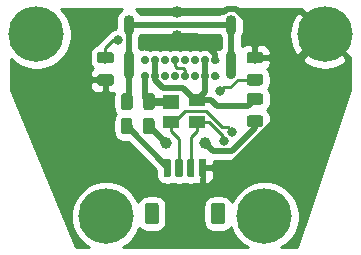
<source format=gbr>
G04 #@! TF.GenerationSoftware,KiCad,Pcbnew,(5.1.4)-1*
G04 #@! TF.CreationDate,2021-01-29T12:05:25-05:00*
G04 #@! TF.ProjectId,TKD_DBTypeC_r1,544b445f-4442-4547-9970-65435f72312e,rev?*
G04 #@! TF.SameCoordinates,Original*
G04 #@! TF.FileFunction,Copper,L1,Top*
G04 #@! TF.FilePolarity,Positive*
%FSLAX46Y46*%
G04 Gerber Fmt 4.6, Leading zero omitted, Abs format (unit mm)*
G04 Created by KiCad (PCBNEW (5.1.4)-1) date 2021-01-29 12:05:25*
%MOMM*%
%LPD*%
G04 APERTURE LIST*
%ADD10C,4.700000*%
%ADD11O,0.900000X1.700000*%
%ADD12O,0.900000X2.400000*%
%ADD13C,0.700000*%
%ADD14C,0.100000*%
%ADD15C,0.975000*%
%ADD16C,1.200000*%
%ADD17C,0.600000*%
%ADD18R,1.400000X1.000000*%
%ADD19R,1.400000X1.200000*%
%ADD20C,0.800000*%
%ADD21C,1.000000*%
%ADD22C,0.250000*%
%ADD23C,0.500000*%
%ADD24C,0.700000*%
%ADD25C,0.254000*%
G04 APERTURE END LIST*
D10*
X78200000Y-57800000D03*
X73100000Y-73200000D03*
X53800000Y-57800000D03*
X59700000Y-73200000D03*
D11*
X61645480Y-56973433D03*
X70295480Y-56973433D03*
D12*
X61645480Y-60353433D03*
X70295480Y-60353433D03*
D13*
X65545480Y-59983433D03*
X62995480Y-59983433D03*
X63845480Y-59983433D03*
X64695480Y-59983433D03*
X68945480Y-59983433D03*
X67245480Y-59983433D03*
X66395480Y-59983433D03*
X68095480Y-59983433D03*
X62995480Y-61333433D03*
X63845480Y-61333433D03*
X64695480Y-61333433D03*
X65545480Y-61333433D03*
X66395480Y-61333433D03*
X67245480Y-61333433D03*
X68095480Y-61333433D03*
X68945480Y-61333433D03*
D14*
G36*
X60125622Y-59287107D02*
G01*
X60149283Y-59290617D01*
X60172487Y-59296429D01*
X60195009Y-59304487D01*
X60216633Y-59314715D01*
X60237150Y-59327012D01*
X60256363Y-59341262D01*
X60274087Y-59357326D01*
X60290151Y-59375050D01*
X60304401Y-59394263D01*
X60316698Y-59414780D01*
X60326926Y-59436404D01*
X60334984Y-59458926D01*
X60340796Y-59482130D01*
X60344306Y-59505791D01*
X60345480Y-59529683D01*
X60345480Y-60017183D01*
X60344306Y-60041075D01*
X60340796Y-60064736D01*
X60334984Y-60087940D01*
X60326926Y-60110462D01*
X60316698Y-60132086D01*
X60304401Y-60152603D01*
X60290151Y-60171816D01*
X60274087Y-60189540D01*
X60256363Y-60205604D01*
X60237150Y-60219854D01*
X60216633Y-60232151D01*
X60195009Y-60242379D01*
X60172487Y-60250437D01*
X60149283Y-60256249D01*
X60125622Y-60259759D01*
X60101730Y-60260933D01*
X59189230Y-60260933D01*
X59165338Y-60259759D01*
X59141677Y-60256249D01*
X59118473Y-60250437D01*
X59095951Y-60242379D01*
X59074327Y-60232151D01*
X59053810Y-60219854D01*
X59034597Y-60205604D01*
X59016873Y-60189540D01*
X59000809Y-60171816D01*
X58986559Y-60152603D01*
X58974262Y-60132086D01*
X58964034Y-60110462D01*
X58955976Y-60087940D01*
X58950164Y-60064736D01*
X58946654Y-60041075D01*
X58945480Y-60017183D01*
X58945480Y-59529683D01*
X58946654Y-59505791D01*
X58950164Y-59482130D01*
X58955976Y-59458926D01*
X58964034Y-59436404D01*
X58974262Y-59414780D01*
X58986559Y-59394263D01*
X59000809Y-59375050D01*
X59016873Y-59357326D01*
X59034597Y-59341262D01*
X59053810Y-59327012D01*
X59074327Y-59314715D01*
X59095951Y-59304487D01*
X59118473Y-59296429D01*
X59141677Y-59290617D01*
X59165338Y-59287107D01*
X59189230Y-59285933D01*
X60101730Y-59285933D01*
X60125622Y-59287107D01*
X60125622Y-59287107D01*
G37*
D15*
X59645480Y-59773433D03*
D14*
G36*
X60125622Y-61162107D02*
G01*
X60149283Y-61165617D01*
X60172487Y-61171429D01*
X60195009Y-61179487D01*
X60216633Y-61189715D01*
X60237150Y-61202012D01*
X60256363Y-61216262D01*
X60274087Y-61232326D01*
X60290151Y-61250050D01*
X60304401Y-61269263D01*
X60316698Y-61289780D01*
X60326926Y-61311404D01*
X60334984Y-61333926D01*
X60340796Y-61357130D01*
X60344306Y-61380791D01*
X60345480Y-61404683D01*
X60345480Y-61892183D01*
X60344306Y-61916075D01*
X60340796Y-61939736D01*
X60334984Y-61962940D01*
X60326926Y-61985462D01*
X60316698Y-62007086D01*
X60304401Y-62027603D01*
X60290151Y-62046816D01*
X60274087Y-62064540D01*
X60256363Y-62080604D01*
X60237150Y-62094854D01*
X60216633Y-62107151D01*
X60195009Y-62117379D01*
X60172487Y-62125437D01*
X60149283Y-62131249D01*
X60125622Y-62134759D01*
X60101730Y-62135933D01*
X59189230Y-62135933D01*
X59165338Y-62134759D01*
X59141677Y-62131249D01*
X59118473Y-62125437D01*
X59095951Y-62117379D01*
X59074327Y-62107151D01*
X59053810Y-62094854D01*
X59034597Y-62080604D01*
X59016873Y-62064540D01*
X59000809Y-62046816D01*
X58986559Y-62027603D01*
X58974262Y-62007086D01*
X58964034Y-61985462D01*
X58955976Y-61962940D01*
X58950164Y-61939736D01*
X58946654Y-61916075D01*
X58945480Y-61892183D01*
X58945480Y-61404683D01*
X58946654Y-61380791D01*
X58950164Y-61357130D01*
X58955976Y-61333926D01*
X58964034Y-61311404D01*
X58974262Y-61289780D01*
X58986559Y-61269263D01*
X59000809Y-61250050D01*
X59016873Y-61232326D01*
X59034597Y-61216262D01*
X59053810Y-61202012D01*
X59074327Y-61189715D01*
X59095951Y-61179487D01*
X59118473Y-61171429D01*
X59141677Y-61165617D01*
X59165338Y-61162107D01*
X59189230Y-61160933D01*
X60101730Y-61160933D01*
X60125622Y-61162107D01*
X60125622Y-61162107D01*
G37*
D15*
X59645480Y-61648433D03*
D14*
G36*
X72775622Y-61157107D02*
G01*
X72799283Y-61160617D01*
X72822487Y-61166429D01*
X72845009Y-61174487D01*
X72866633Y-61184715D01*
X72887150Y-61197012D01*
X72906363Y-61211262D01*
X72924087Y-61227326D01*
X72940151Y-61245050D01*
X72954401Y-61264263D01*
X72966698Y-61284780D01*
X72976926Y-61306404D01*
X72984984Y-61328926D01*
X72990796Y-61352130D01*
X72994306Y-61375791D01*
X72995480Y-61399683D01*
X72995480Y-61887183D01*
X72994306Y-61911075D01*
X72990796Y-61934736D01*
X72984984Y-61957940D01*
X72976926Y-61980462D01*
X72966698Y-62002086D01*
X72954401Y-62022603D01*
X72940151Y-62041816D01*
X72924087Y-62059540D01*
X72906363Y-62075604D01*
X72887150Y-62089854D01*
X72866633Y-62102151D01*
X72845009Y-62112379D01*
X72822487Y-62120437D01*
X72799283Y-62126249D01*
X72775622Y-62129759D01*
X72751730Y-62130933D01*
X71839230Y-62130933D01*
X71815338Y-62129759D01*
X71791677Y-62126249D01*
X71768473Y-62120437D01*
X71745951Y-62112379D01*
X71724327Y-62102151D01*
X71703810Y-62089854D01*
X71684597Y-62075604D01*
X71666873Y-62059540D01*
X71650809Y-62041816D01*
X71636559Y-62022603D01*
X71624262Y-62002086D01*
X71614034Y-61980462D01*
X71605976Y-61957940D01*
X71600164Y-61934736D01*
X71596654Y-61911075D01*
X71595480Y-61887183D01*
X71595480Y-61399683D01*
X71596654Y-61375791D01*
X71600164Y-61352130D01*
X71605976Y-61328926D01*
X71614034Y-61306404D01*
X71624262Y-61284780D01*
X71636559Y-61264263D01*
X71650809Y-61245050D01*
X71666873Y-61227326D01*
X71684597Y-61211262D01*
X71703810Y-61197012D01*
X71724327Y-61184715D01*
X71745951Y-61174487D01*
X71768473Y-61166429D01*
X71791677Y-61160617D01*
X71815338Y-61157107D01*
X71839230Y-61155933D01*
X72751730Y-61155933D01*
X72775622Y-61157107D01*
X72775622Y-61157107D01*
G37*
D15*
X72295480Y-61643433D03*
D14*
G36*
X72775622Y-59282107D02*
G01*
X72799283Y-59285617D01*
X72822487Y-59291429D01*
X72845009Y-59299487D01*
X72866633Y-59309715D01*
X72887150Y-59322012D01*
X72906363Y-59336262D01*
X72924087Y-59352326D01*
X72940151Y-59370050D01*
X72954401Y-59389263D01*
X72966698Y-59409780D01*
X72976926Y-59431404D01*
X72984984Y-59453926D01*
X72990796Y-59477130D01*
X72994306Y-59500791D01*
X72995480Y-59524683D01*
X72995480Y-60012183D01*
X72994306Y-60036075D01*
X72990796Y-60059736D01*
X72984984Y-60082940D01*
X72976926Y-60105462D01*
X72966698Y-60127086D01*
X72954401Y-60147603D01*
X72940151Y-60166816D01*
X72924087Y-60184540D01*
X72906363Y-60200604D01*
X72887150Y-60214854D01*
X72866633Y-60227151D01*
X72845009Y-60237379D01*
X72822487Y-60245437D01*
X72799283Y-60251249D01*
X72775622Y-60254759D01*
X72751730Y-60255933D01*
X71839230Y-60255933D01*
X71815338Y-60254759D01*
X71791677Y-60251249D01*
X71768473Y-60245437D01*
X71745951Y-60237379D01*
X71724327Y-60227151D01*
X71703810Y-60214854D01*
X71684597Y-60200604D01*
X71666873Y-60184540D01*
X71650809Y-60166816D01*
X71636559Y-60147603D01*
X71624262Y-60127086D01*
X71614034Y-60105462D01*
X71605976Y-60082940D01*
X71600164Y-60059736D01*
X71596654Y-60036075D01*
X71595480Y-60012183D01*
X71595480Y-59524683D01*
X71596654Y-59500791D01*
X71600164Y-59477130D01*
X71605976Y-59453926D01*
X71614034Y-59431404D01*
X71624262Y-59409780D01*
X71636559Y-59389263D01*
X71650809Y-59370050D01*
X71666873Y-59352326D01*
X71684597Y-59336262D01*
X71703810Y-59322012D01*
X71724327Y-59309715D01*
X71745951Y-59299487D01*
X71768473Y-59291429D01*
X71791677Y-59285617D01*
X71815338Y-59282107D01*
X71839230Y-59280933D01*
X72751730Y-59280933D01*
X72775622Y-59282107D01*
X72775622Y-59282107D01*
G37*
D15*
X72295480Y-59768433D03*
D14*
G36*
X69549985Y-72079637D02*
G01*
X69574253Y-72083237D01*
X69598052Y-72089198D01*
X69621151Y-72097463D01*
X69643330Y-72107953D01*
X69664373Y-72120565D01*
X69684079Y-72135180D01*
X69702257Y-72151656D01*
X69718733Y-72169834D01*
X69733348Y-72189540D01*
X69745960Y-72210583D01*
X69756450Y-72232762D01*
X69764715Y-72255861D01*
X69770676Y-72279660D01*
X69774276Y-72303928D01*
X69775480Y-72328432D01*
X69775480Y-73628434D01*
X69774276Y-73652938D01*
X69770676Y-73677206D01*
X69764715Y-73701005D01*
X69756450Y-73724104D01*
X69745960Y-73746283D01*
X69733348Y-73767326D01*
X69718733Y-73787032D01*
X69702257Y-73805210D01*
X69684079Y-73821686D01*
X69664373Y-73836301D01*
X69643330Y-73848913D01*
X69621151Y-73859403D01*
X69598052Y-73867668D01*
X69574253Y-73873629D01*
X69549985Y-73877229D01*
X69525481Y-73878433D01*
X68825479Y-73878433D01*
X68800975Y-73877229D01*
X68776707Y-73873629D01*
X68752908Y-73867668D01*
X68729809Y-73859403D01*
X68707630Y-73848913D01*
X68686587Y-73836301D01*
X68666881Y-73821686D01*
X68648703Y-73805210D01*
X68632227Y-73787032D01*
X68617612Y-73767326D01*
X68605000Y-73746283D01*
X68594510Y-73724104D01*
X68586245Y-73701005D01*
X68580284Y-73677206D01*
X68576684Y-73652938D01*
X68575480Y-73628434D01*
X68575480Y-72328432D01*
X68576684Y-72303928D01*
X68580284Y-72279660D01*
X68586245Y-72255861D01*
X68594510Y-72232762D01*
X68605000Y-72210583D01*
X68617612Y-72189540D01*
X68632227Y-72169834D01*
X68648703Y-72151656D01*
X68666881Y-72135180D01*
X68686587Y-72120565D01*
X68707630Y-72107953D01*
X68729809Y-72097463D01*
X68752908Y-72089198D01*
X68776707Y-72083237D01*
X68800975Y-72079637D01*
X68825479Y-72078433D01*
X69525481Y-72078433D01*
X69549985Y-72079637D01*
X69549985Y-72079637D01*
G37*
D16*
X69175480Y-72978433D03*
D14*
G36*
X63949985Y-72079637D02*
G01*
X63974253Y-72083237D01*
X63998052Y-72089198D01*
X64021151Y-72097463D01*
X64043330Y-72107953D01*
X64064373Y-72120565D01*
X64084079Y-72135180D01*
X64102257Y-72151656D01*
X64118733Y-72169834D01*
X64133348Y-72189540D01*
X64145960Y-72210583D01*
X64156450Y-72232762D01*
X64164715Y-72255861D01*
X64170676Y-72279660D01*
X64174276Y-72303928D01*
X64175480Y-72328432D01*
X64175480Y-73628434D01*
X64174276Y-73652938D01*
X64170676Y-73677206D01*
X64164715Y-73701005D01*
X64156450Y-73724104D01*
X64145960Y-73746283D01*
X64133348Y-73767326D01*
X64118733Y-73787032D01*
X64102257Y-73805210D01*
X64084079Y-73821686D01*
X64064373Y-73836301D01*
X64043330Y-73848913D01*
X64021151Y-73859403D01*
X63998052Y-73867668D01*
X63974253Y-73873629D01*
X63949985Y-73877229D01*
X63925481Y-73878433D01*
X63225479Y-73878433D01*
X63200975Y-73877229D01*
X63176707Y-73873629D01*
X63152908Y-73867668D01*
X63129809Y-73859403D01*
X63107630Y-73848913D01*
X63086587Y-73836301D01*
X63066881Y-73821686D01*
X63048703Y-73805210D01*
X63032227Y-73787032D01*
X63017612Y-73767326D01*
X63005000Y-73746283D01*
X62994510Y-73724104D01*
X62986245Y-73701005D01*
X62980284Y-73677206D01*
X62976684Y-73652938D01*
X62975480Y-73628434D01*
X62975480Y-72328432D01*
X62976684Y-72303928D01*
X62980284Y-72279660D01*
X62986245Y-72255861D01*
X62994510Y-72232762D01*
X63005000Y-72210583D01*
X63017612Y-72189540D01*
X63032227Y-72169834D01*
X63048703Y-72151656D01*
X63066881Y-72135180D01*
X63086587Y-72120565D01*
X63107630Y-72107953D01*
X63129809Y-72097463D01*
X63152908Y-72089198D01*
X63176707Y-72083237D01*
X63200975Y-72079637D01*
X63225479Y-72078433D01*
X63925481Y-72078433D01*
X63949985Y-72079637D01*
X63949985Y-72079637D01*
G37*
D16*
X63575480Y-72978433D03*
D14*
G36*
X68040183Y-68329155D02*
G01*
X68054744Y-68331315D01*
X68069023Y-68334892D01*
X68082883Y-68339851D01*
X68096190Y-68346145D01*
X68108816Y-68353713D01*
X68120639Y-68362481D01*
X68131546Y-68372367D01*
X68141432Y-68383274D01*
X68150200Y-68395097D01*
X68157768Y-68407723D01*
X68164062Y-68421030D01*
X68169021Y-68434890D01*
X68172598Y-68449169D01*
X68174758Y-68463730D01*
X68175480Y-68478433D01*
X68175480Y-69728433D01*
X68174758Y-69743136D01*
X68172598Y-69757697D01*
X68169021Y-69771976D01*
X68164062Y-69785836D01*
X68157768Y-69799143D01*
X68150200Y-69811769D01*
X68141432Y-69823592D01*
X68131546Y-69834499D01*
X68120639Y-69844385D01*
X68108816Y-69853153D01*
X68096190Y-69860721D01*
X68082883Y-69867015D01*
X68069023Y-69871974D01*
X68054744Y-69875551D01*
X68040183Y-69877711D01*
X68025480Y-69878433D01*
X67725480Y-69878433D01*
X67710777Y-69877711D01*
X67696216Y-69875551D01*
X67681937Y-69871974D01*
X67668077Y-69867015D01*
X67654770Y-69860721D01*
X67642144Y-69853153D01*
X67630321Y-69844385D01*
X67619414Y-69834499D01*
X67609528Y-69823592D01*
X67600760Y-69811769D01*
X67593192Y-69799143D01*
X67586898Y-69785836D01*
X67581939Y-69771976D01*
X67578362Y-69757697D01*
X67576202Y-69743136D01*
X67575480Y-69728433D01*
X67575480Y-68478433D01*
X67576202Y-68463730D01*
X67578362Y-68449169D01*
X67581939Y-68434890D01*
X67586898Y-68421030D01*
X67593192Y-68407723D01*
X67600760Y-68395097D01*
X67609528Y-68383274D01*
X67619414Y-68372367D01*
X67630321Y-68362481D01*
X67642144Y-68353713D01*
X67654770Y-68346145D01*
X67668077Y-68339851D01*
X67681937Y-68334892D01*
X67696216Y-68331315D01*
X67710777Y-68329155D01*
X67725480Y-68328433D01*
X68025480Y-68328433D01*
X68040183Y-68329155D01*
X68040183Y-68329155D01*
G37*
D17*
X67875480Y-69103433D03*
D14*
G36*
X67040183Y-68329155D02*
G01*
X67054744Y-68331315D01*
X67069023Y-68334892D01*
X67082883Y-68339851D01*
X67096190Y-68346145D01*
X67108816Y-68353713D01*
X67120639Y-68362481D01*
X67131546Y-68372367D01*
X67141432Y-68383274D01*
X67150200Y-68395097D01*
X67157768Y-68407723D01*
X67164062Y-68421030D01*
X67169021Y-68434890D01*
X67172598Y-68449169D01*
X67174758Y-68463730D01*
X67175480Y-68478433D01*
X67175480Y-69728433D01*
X67174758Y-69743136D01*
X67172598Y-69757697D01*
X67169021Y-69771976D01*
X67164062Y-69785836D01*
X67157768Y-69799143D01*
X67150200Y-69811769D01*
X67141432Y-69823592D01*
X67131546Y-69834499D01*
X67120639Y-69844385D01*
X67108816Y-69853153D01*
X67096190Y-69860721D01*
X67082883Y-69867015D01*
X67069023Y-69871974D01*
X67054744Y-69875551D01*
X67040183Y-69877711D01*
X67025480Y-69878433D01*
X66725480Y-69878433D01*
X66710777Y-69877711D01*
X66696216Y-69875551D01*
X66681937Y-69871974D01*
X66668077Y-69867015D01*
X66654770Y-69860721D01*
X66642144Y-69853153D01*
X66630321Y-69844385D01*
X66619414Y-69834499D01*
X66609528Y-69823592D01*
X66600760Y-69811769D01*
X66593192Y-69799143D01*
X66586898Y-69785836D01*
X66581939Y-69771976D01*
X66578362Y-69757697D01*
X66576202Y-69743136D01*
X66575480Y-69728433D01*
X66575480Y-68478433D01*
X66576202Y-68463730D01*
X66578362Y-68449169D01*
X66581939Y-68434890D01*
X66586898Y-68421030D01*
X66593192Y-68407723D01*
X66600760Y-68395097D01*
X66609528Y-68383274D01*
X66619414Y-68372367D01*
X66630321Y-68362481D01*
X66642144Y-68353713D01*
X66654770Y-68346145D01*
X66668077Y-68339851D01*
X66681937Y-68334892D01*
X66696216Y-68331315D01*
X66710777Y-68329155D01*
X66725480Y-68328433D01*
X67025480Y-68328433D01*
X67040183Y-68329155D01*
X67040183Y-68329155D01*
G37*
D17*
X66875480Y-69103433D03*
D14*
G36*
X66040183Y-68329155D02*
G01*
X66054744Y-68331315D01*
X66069023Y-68334892D01*
X66082883Y-68339851D01*
X66096190Y-68346145D01*
X66108816Y-68353713D01*
X66120639Y-68362481D01*
X66131546Y-68372367D01*
X66141432Y-68383274D01*
X66150200Y-68395097D01*
X66157768Y-68407723D01*
X66164062Y-68421030D01*
X66169021Y-68434890D01*
X66172598Y-68449169D01*
X66174758Y-68463730D01*
X66175480Y-68478433D01*
X66175480Y-69728433D01*
X66174758Y-69743136D01*
X66172598Y-69757697D01*
X66169021Y-69771976D01*
X66164062Y-69785836D01*
X66157768Y-69799143D01*
X66150200Y-69811769D01*
X66141432Y-69823592D01*
X66131546Y-69834499D01*
X66120639Y-69844385D01*
X66108816Y-69853153D01*
X66096190Y-69860721D01*
X66082883Y-69867015D01*
X66069023Y-69871974D01*
X66054744Y-69875551D01*
X66040183Y-69877711D01*
X66025480Y-69878433D01*
X65725480Y-69878433D01*
X65710777Y-69877711D01*
X65696216Y-69875551D01*
X65681937Y-69871974D01*
X65668077Y-69867015D01*
X65654770Y-69860721D01*
X65642144Y-69853153D01*
X65630321Y-69844385D01*
X65619414Y-69834499D01*
X65609528Y-69823592D01*
X65600760Y-69811769D01*
X65593192Y-69799143D01*
X65586898Y-69785836D01*
X65581939Y-69771976D01*
X65578362Y-69757697D01*
X65576202Y-69743136D01*
X65575480Y-69728433D01*
X65575480Y-68478433D01*
X65576202Y-68463730D01*
X65578362Y-68449169D01*
X65581939Y-68434890D01*
X65586898Y-68421030D01*
X65593192Y-68407723D01*
X65600760Y-68395097D01*
X65609528Y-68383274D01*
X65619414Y-68372367D01*
X65630321Y-68362481D01*
X65642144Y-68353713D01*
X65654770Y-68346145D01*
X65668077Y-68339851D01*
X65681937Y-68334892D01*
X65696216Y-68331315D01*
X65710777Y-68329155D01*
X65725480Y-68328433D01*
X66025480Y-68328433D01*
X66040183Y-68329155D01*
X66040183Y-68329155D01*
G37*
D17*
X65875480Y-69103433D03*
D14*
G36*
X65040183Y-68329155D02*
G01*
X65054744Y-68331315D01*
X65069023Y-68334892D01*
X65082883Y-68339851D01*
X65096190Y-68346145D01*
X65108816Y-68353713D01*
X65120639Y-68362481D01*
X65131546Y-68372367D01*
X65141432Y-68383274D01*
X65150200Y-68395097D01*
X65157768Y-68407723D01*
X65164062Y-68421030D01*
X65169021Y-68434890D01*
X65172598Y-68449169D01*
X65174758Y-68463730D01*
X65175480Y-68478433D01*
X65175480Y-69728433D01*
X65174758Y-69743136D01*
X65172598Y-69757697D01*
X65169021Y-69771976D01*
X65164062Y-69785836D01*
X65157768Y-69799143D01*
X65150200Y-69811769D01*
X65141432Y-69823592D01*
X65131546Y-69834499D01*
X65120639Y-69844385D01*
X65108816Y-69853153D01*
X65096190Y-69860721D01*
X65082883Y-69867015D01*
X65069023Y-69871974D01*
X65054744Y-69875551D01*
X65040183Y-69877711D01*
X65025480Y-69878433D01*
X64725480Y-69878433D01*
X64710777Y-69877711D01*
X64696216Y-69875551D01*
X64681937Y-69871974D01*
X64668077Y-69867015D01*
X64654770Y-69860721D01*
X64642144Y-69853153D01*
X64630321Y-69844385D01*
X64619414Y-69834499D01*
X64609528Y-69823592D01*
X64600760Y-69811769D01*
X64593192Y-69799143D01*
X64586898Y-69785836D01*
X64581939Y-69771976D01*
X64578362Y-69757697D01*
X64576202Y-69743136D01*
X64575480Y-69728433D01*
X64575480Y-68478433D01*
X64576202Y-68463730D01*
X64578362Y-68449169D01*
X64581939Y-68434890D01*
X64586898Y-68421030D01*
X64593192Y-68407723D01*
X64600760Y-68395097D01*
X64609528Y-68383274D01*
X64619414Y-68372367D01*
X64630321Y-68362481D01*
X64642144Y-68353713D01*
X64654770Y-68346145D01*
X64668077Y-68339851D01*
X64681937Y-68334892D01*
X64696216Y-68331315D01*
X64710777Y-68329155D01*
X64725480Y-68328433D01*
X65025480Y-68328433D01*
X65040183Y-68329155D01*
X65040183Y-68329155D01*
G37*
D17*
X64875480Y-69103433D03*
D14*
G36*
X63583122Y-64864607D02*
G01*
X63606783Y-64868117D01*
X63629987Y-64873929D01*
X63652509Y-64881987D01*
X63674133Y-64892215D01*
X63694650Y-64904512D01*
X63713863Y-64918762D01*
X63731587Y-64934826D01*
X63747651Y-64952550D01*
X63761901Y-64971763D01*
X63774198Y-64992280D01*
X63784426Y-65013904D01*
X63792484Y-65036426D01*
X63798296Y-65059630D01*
X63801806Y-65083291D01*
X63802980Y-65107183D01*
X63802980Y-66019683D01*
X63801806Y-66043575D01*
X63798296Y-66067236D01*
X63792484Y-66090440D01*
X63784426Y-66112962D01*
X63774198Y-66134586D01*
X63761901Y-66155103D01*
X63747651Y-66174316D01*
X63731587Y-66192040D01*
X63713863Y-66208104D01*
X63694650Y-66222354D01*
X63674133Y-66234651D01*
X63652509Y-66244879D01*
X63629987Y-66252937D01*
X63606783Y-66258749D01*
X63583122Y-66262259D01*
X63559230Y-66263433D01*
X63071730Y-66263433D01*
X63047838Y-66262259D01*
X63024177Y-66258749D01*
X63000973Y-66252937D01*
X62978451Y-66244879D01*
X62956827Y-66234651D01*
X62936310Y-66222354D01*
X62917097Y-66208104D01*
X62899373Y-66192040D01*
X62883309Y-66174316D01*
X62869059Y-66155103D01*
X62856762Y-66134586D01*
X62846534Y-66112962D01*
X62838476Y-66090440D01*
X62832664Y-66067236D01*
X62829154Y-66043575D01*
X62827980Y-66019683D01*
X62827980Y-65107183D01*
X62829154Y-65083291D01*
X62832664Y-65059630D01*
X62838476Y-65036426D01*
X62846534Y-65013904D01*
X62856762Y-64992280D01*
X62869059Y-64971763D01*
X62883309Y-64952550D01*
X62899373Y-64934826D01*
X62917097Y-64918762D01*
X62936310Y-64904512D01*
X62956827Y-64892215D01*
X62978451Y-64881987D01*
X63000973Y-64873929D01*
X63024177Y-64868117D01*
X63047838Y-64864607D01*
X63071730Y-64863433D01*
X63559230Y-64863433D01*
X63583122Y-64864607D01*
X63583122Y-64864607D01*
G37*
D15*
X63315480Y-65563433D03*
D14*
G36*
X61708122Y-64864607D02*
G01*
X61731783Y-64868117D01*
X61754987Y-64873929D01*
X61777509Y-64881987D01*
X61799133Y-64892215D01*
X61819650Y-64904512D01*
X61838863Y-64918762D01*
X61856587Y-64934826D01*
X61872651Y-64952550D01*
X61886901Y-64971763D01*
X61899198Y-64992280D01*
X61909426Y-65013904D01*
X61917484Y-65036426D01*
X61923296Y-65059630D01*
X61926806Y-65083291D01*
X61927980Y-65107183D01*
X61927980Y-66019683D01*
X61926806Y-66043575D01*
X61923296Y-66067236D01*
X61917484Y-66090440D01*
X61909426Y-66112962D01*
X61899198Y-66134586D01*
X61886901Y-66155103D01*
X61872651Y-66174316D01*
X61856587Y-66192040D01*
X61838863Y-66208104D01*
X61819650Y-66222354D01*
X61799133Y-66234651D01*
X61777509Y-66244879D01*
X61754987Y-66252937D01*
X61731783Y-66258749D01*
X61708122Y-66262259D01*
X61684230Y-66263433D01*
X61196730Y-66263433D01*
X61172838Y-66262259D01*
X61149177Y-66258749D01*
X61125973Y-66252937D01*
X61103451Y-66244879D01*
X61081827Y-66234651D01*
X61061310Y-66222354D01*
X61042097Y-66208104D01*
X61024373Y-66192040D01*
X61008309Y-66174316D01*
X60994059Y-66155103D01*
X60981762Y-66134586D01*
X60971534Y-66112962D01*
X60963476Y-66090440D01*
X60957664Y-66067236D01*
X60954154Y-66043575D01*
X60952980Y-66019683D01*
X60952980Y-65107183D01*
X60954154Y-65083291D01*
X60957664Y-65059630D01*
X60963476Y-65036426D01*
X60971534Y-65013904D01*
X60981762Y-64992280D01*
X60994059Y-64971763D01*
X61008309Y-64952550D01*
X61024373Y-64934826D01*
X61042097Y-64918762D01*
X61061310Y-64904512D01*
X61081827Y-64892215D01*
X61103451Y-64881987D01*
X61125973Y-64873929D01*
X61149177Y-64868117D01*
X61172838Y-64864607D01*
X61196730Y-64863433D01*
X61684230Y-64863433D01*
X61708122Y-64864607D01*
X61708122Y-64864607D01*
G37*
D15*
X61440480Y-65563433D03*
D14*
G36*
X61723122Y-62794607D02*
G01*
X61746783Y-62798117D01*
X61769987Y-62803929D01*
X61792509Y-62811987D01*
X61814133Y-62822215D01*
X61834650Y-62834512D01*
X61853863Y-62848762D01*
X61871587Y-62864826D01*
X61887651Y-62882550D01*
X61901901Y-62901763D01*
X61914198Y-62922280D01*
X61924426Y-62943904D01*
X61932484Y-62966426D01*
X61938296Y-62989630D01*
X61941806Y-63013291D01*
X61942980Y-63037183D01*
X61942980Y-63949683D01*
X61941806Y-63973575D01*
X61938296Y-63997236D01*
X61932484Y-64020440D01*
X61924426Y-64042962D01*
X61914198Y-64064586D01*
X61901901Y-64085103D01*
X61887651Y-64104316D01*
X61871587Y-64122040D01*
X61853863Y-64138104D01*
X61834650Y-64152354D01*
X61814133Y-64164651D01*
X61792509Y-64174879D01*
X61769987Y-64182937D01*
X61746783Y-64188749D01*
X61723122Y-64192259D01*
X61699230Y-64193433D01*
X61211730Y-64193433D01*
X61187838Y-64192259D01*
X61164177Y-64188749D01*
X61140973Y-64182937D01*
X61118451Y-64174879D01*
X61096827Y-64164651D01*
X61076310Y-64152354D01*
X61057097Y-64138104D01*
X61039373Y-64122040D01*
X61023309Y-64104316D01*
X61009059Y-64085103D01*
X60996762Y-64064586D01*
X60986534Y-64042962D01*
X60978476Y-64020440D01*
X60972664Y-63997236D01*
X60969154Y-63973575D01*
X60967980Y-63949683D01*
X60967980Y-63037183D01*
X60969154Y-63013291D01*
X60972664Y-62989630D01*
X60978476Y-62966426D01*
X60986534Y-62943904D01*
X60996762Y-62922280D01*
X61009059Y-62901763D01*
X61023309Y-62882550D01*
X61039373Y-62864826D01*
X61057097Y-62848762D01*
X61076310Y-62834512D01*
X61096827Y-62822215D01*
X61118451Y-62811987D01*
X61140973Y-62803929D01*
X61164177Y-62798117D01*
X61187838Y-62794607D01*
X61211730Y-62793433D01*
X61699230Y-62793433D01*
X61723122Y-62794607D01*
X61723122Y-62794607D01*
G37*
D15*
X61455480Y-63493433D03*
D14*
G36*
X63598122Y-62794607D02*
G01*
X63621783Y-62798117D01*
X63644987Y-62803929D01*
X63667509Y-62811987D01*
X63689133Y-62822215D01*
X63709650Y-62834512D01*
X63728863Y-62848762D01*
X63746587Y-62864826D01*
X63762651Y-62882550D01*
X63776901Y-62901763D01*
X63789198Y-62922280D01*
X63799426Y-62943904D01*
X63807484Y-62966426D01*
X63813296Y-62989630D01*
X63816806Y-63013291D01*
X63817980Y-63037183D01*
X63817980Y-63949683D01*
X63816806Y-63973575D01*
X63813296Y-63997236D01*
X63807484Y-64020440D01*
X63799426Y-64042962D01*
X63789198Y-64064586D01*
X63776901Y-64085103D01*
X63762651Y-64104316D01*
X63746587Y-64122040D01*
X63728863Y-64138104D01*
X63709650Y-64152354D01*
X63689133Y-64164651D01*
X63667509Y-64174879D01*
X63644987Y-64182937D01*
X63621783Y-64188749D01*
X63598122Y-64192259D01*
X63574230Y-64193433D01*
X63086730Y-64193433D01*
X63062838Y-64192259D01*
X63039177Y-64188749D01*
X63015973Y-64182937D01*
X62993451Y-64174879D01*
X62971827Y-64164651D01*
X62951310Y-64152354D01*
X62932097Y-64138104D01*
X62914373Y-64122040D01*
X62898309Y-64104316D01*
X62884059Y-64085103D01*
X62871762Y-64064586D01*
X62861534Y-64042962D01*
X62853476Y-64020440D01*
X62847664Y-63997236D01*
X62844154Y-63973575D01*
X62842980Y-63949683D01*
X62842980Y-63037183D01*
X62844154Y-63013291D01*
X62847664Y-62989630D01*
X62853476Y-62966426D01*
X62861534Y-62943904D01*
X62871762Y-62922280D01*
X62884059Y-62901763D01*
X62898309Y-62882550D01*
X62914373Y-62864826D01*
X62932097Y-62848762D01*
X62951310Y-62834512D01*
X62971827Y-62822215D01*
X62993451Y-62811987D01*
X63015973Y-62803929D01*
X63039177Y-62798117D01*
X63062838Y-62794607D01*
X63086730Y-62793433D01*
X63574230Y-62793433D01*
X63598122Y-62794607D01*
X63598122Y-62794607D01*
G37*
D15*
X63330480Y-63493433D03*
D14*
G36*
X72785622Y-62782107D02*
G01*
X72809283Y-62785617D01*
X72832487Y-62791429D01*
X72855009Y-62799487D01*
X72876633Y-62809715D01*
X72897150Y-62822012D01*
X72916363Y-62836262D01*
X72934087Y-62852326D01*
X72950151Y-62870050D01*
X72964401Y-62889263D01*
X72976698Y-62909780D01*
X72986926Y-62931404D01*
X72994984Y-62953926D01*
X73000796Y-62977130D01*
X73004306Y-63000791D01*
X73005480Y-63024683D01*
X73005480Y-63512183D01*
X73004306Y-63536075D01*
X73000796Y-63559736D01*
X72994984Y-63582940D01*
X72986926Y-63605462D01*
X72976698Y-63627086D01*
X72964401Y-63647603D01*
X72950151Y-63666816D01*
X72934087Y-63684540D01*
X72916363Y-63700604D01*
X72897150Y-63714854D01*
X72876633Y-63727151D01*
X72855009Y-63737379D01*
X72832487Y-63745437D01*
X72809283Y-63751249D01*
X72785622Y-63754759D01*
X72761730Y-63755933D01*
X71849230Y-63755933D01*
X71825338Y-63754759D01*
X71801677Y-63751249D01*
X71778473Y-63745437D01*
X71755951Y-63737379D01*
X71734327Y-63727151D01*
X71713810Y-63714854D01*
X71694597Y-63700604D01*
X71676873Y-63684540D01*
X71660809Y-63666816D01*
X71646559Y-63647603D01*
X71634262Y-63627086D01*
X71624034Y-63605462D01*
X71615976Y-63582940D01*
X71610164Y-63559736D01*
X71606654Y-63536075D01*
X71605480Y-63512183D01*
X71605480Y-63024683D01*
X71606654Y-63000791D01*
X71610164Y-62977130D01*
X71615976Y-62953926D01*
X71624034Y-62931404D01*
X71634262Y-62909780D01*
X71646559Y-62889263D01*
X71660809Y-62870050D01*
X71676873Y-62852326D01*
X71694597Y-62836262D01*
X71713810Y-62822012D01*
X71734327Y-62809715D01*
X71755951Y-62799487D01*
X71778473Y-62791429D01*
X71801677Y-62785617D01*
X71825338Y-62782107D01*
X71849230Y-62780933D01*
X72761730Y-62780933D01*
X72785622Y-62782107D01*
X72785622Y-62782107D01*
G37*
D15*
X72305480Y-63268433D03*
D14*
G36*
X72785622Y-64657107D02*
G01*
X72809283Y-64660617D01*
X72832487Y-64666429D01*
X72855009Y-64674487D01*
X72876633Y-64684715D01*
X72897150Y-64697012D01*
X72916363Y-64711262D01*
X72934087Y-64727326D01*
X72950151Y-64745050D01*
X72964401Y-64764263D01*
X72976698Y-64784780D01*
X72986926Y-64806404D01*
X72994984Y-64828926D01*
X73000796Y-64852130D01*
X73004306Y-64875791D01*
X73005480Y-64899683D01*
X73005480Y-65387183D01*
X73004306Y-65411075D01*
X73000796Y-65434736D01*
X72994984Y-65457940D01*
X72986926Y-65480462D01*
X72976698Y-65502086D01*
X72964401Y-65522603D01*
X72950151Y-65541816D01*
X72934087Y-65559540D01*
X72916363Y-65575604D01*
X72897150Y-65589854D01*
X72876633Y-65602151D01*
X72855009Y-65612379D01*
X72832487Y-65620437D01*
X72809283Y-65626249D01*
X72785622Y-65629759D01*
X72761730Y-65630933D01*
X71849230Y-65630933D01*
X71825338Y-65629759D01*
X71801677Y-65626249D01*
X71778473Y-65620437D01*
X71755951Y-65612379D01*
X71734327Y-65602151D01*
X71713810Y-65589854D01*
X71694597Y-65575604D01*
X71676873Y-65559540D01*
X71660809Y-65541816D01*
X71646559Y-65522603D01*
X71634262Y-65502086D01*
X71624034Y-65480462D01*
X71615976Y-65457940D01*
X71610164Y-65434736D01*
X71606654Y-65411075D01*
X71605480Y-65387183D01*
X71605480Y-64899683D01*
X71606654Y-64875791D01*
X71610164Y-64852130D01*
X71615976Y-64828926D01*
X71624034Y-64806404D01*
X71634262Y-64784780D01*
X71646559Y-64764263D01*
X71660809Y-64745050D01*
X71676873Y-64727326D01*
X71694597Y-64711262D01*
X71713810Y-64697012D01*
X71734327Y-64684715D01*
X71755951Y-64674487D01*
X71778473Y-64666429D01*
X71801677Y-64660617D01*
X71825338Y-64657107D01*
X71849230Y-64655933D01*
X72761730Y-64655933D01*
X72785622Y-64657107D01*
X72785622Y-64657107D01*
G37*
D15*
X72305480Y-65143433D03*
D18*
X67425480Y-63323433D03*
X67425480Y-65223433D03*
X65225480Y-65223433D03*
D19*
X65225480Y-63503433D03*
D20*
X69654248Y-66814665D03*
X70396712Y-66072201D03*
D21*
X65700000Y-57923433D03*
X65700000Y-55900000D03*
X68090000Y-67000000D03*
X64760000Y-67000000D03*
D20*
X69375480Y-62598433D03*
X60725480Y-58313433D03*
D22*
X72250480Y-63323433D02*
X72305480Y-63268433D01*
X67823433Y-63323433D02*
X67425480Y-63323433D01*
X63845480Y-61333433D02*
X63845480Y-61482435D01*
D23*
X63845480Y-59983433D02*
X63845480Y-61333433D01*
X68095480Y-59983433D02*
X68095480Y-61333433D01*
X67225480Y-63323433D02*
X67425480Y-63323433D01*
X66225480Y-62323433D02*
X67225480Y-63323433D01*
X64501478Y-62323433D02*
X66225480Y-62323433D01*
X63845480Y-61667435D02*
X64501478Y-62323433D01*
X63845480Y-61333433D02*
X63845480Y-61667435D01*
X68095480Y-62653433D02*
X67425480Y-63323433D01*
X68095480Y-61333433D02*
X68095480Y-62653433D01*
X71749243Y-63824670D02*
X72305480Y-63268433D01*
X69126717Y-63824670D02*
X71749243Y-63824670D01*
X68625480Y-63323433D02*
X69126717Y-63824670D01*
X67425480Y-63323433D02*
X68625480Y-63323433D01*
D22*
X66875480Y-68228433D02*
X66875480Y-69103433D01*
X66875480Y-66523433D02*
X66875480Y-68228433D01*
X67425480Y-65973433D02*
X66875480Y-66523433D01*
X67425480Y-65223433D02*
X67425480Y-65973433D01*
X69600000Y-66760417D02*
X69654248Y-66814665D01*
X69600000Y-66400000D02*
X69600000Y-66760417D01*
X67425480Y-65223433D02*
X68423433Y-65223433D01*
X68423433Y-65223433D02*
X69600000Y-66400000D01*
X65875480Y-68228433D02*
X65875480Y-69103433D01*
X65875480Y-66623433D02*
X65875480Y-68228433D01*
X65225480Y-65973433D02*
X65875480Y-66623433D01*
X65225480Y-65223433D02*
X65225480Y-65973433D01*
X65545480Y-60478407D02*
X65545480Y-59983433D01*
X65725507Y-60658434D02*
X65545480Y-60478407D01*
X66215455Y-60658434D02*
X65725507Y-60658434D01*
X66395480Y-60838459D02*
X66215455Y-60658434D01*
X66395480Y-61333433D02*
X66395480Y-60838459D01*
X65425480Y-65223433D02*
X65225480Y-65223433D01*
X66348913Y-64300000D02*
X65425480Y-65223433D01*
X68163590Y-64300000D02*
X66348913Y-64300000D01*
X69535792Y-65672202D02*
X68163590Y-64300000D01*
X69996713Y-65672202D02*
X69535792Y-65672202D01*
X70396712Y-66072201D02*
X69996713Y-65672202D01*
D24*
X65215480Y-63493433D02*
X65225480Y-63503433D01*
X63330480Y-63493433D02*
X65215480Y-63493433D01*
D23*
X62995480Y-63158433D02*
X63330480Y-63493433D01*
X62995480Y-61333433D02*
X62995480Y-63158433D01*
X78200000Y-57800000D02*
X78000000Y-57800000D01*
X78000000Y-57800000D02*
X76000000Y-59800000D01*
X75968433Y-59768433D02*
X72295480Y-59768433D01*
X76000000Y-59800000D02*
X75968433Y-59768433D01*
X67380454Y-57923433D02*
X65700000Y-57923433D01*
X68945480Y-59983433D02*
X68945480Y-59488459D01*
X68945480Y-59488459D02*
X67380454Y-57923433D01*
X72295480Y-59180933D02*
X72295480Y-59768433D01*
X72295480Y-57300627D02*
X72295480Y-59180933D01*
X70668276Y-55673423D02*
X72295480Y-57300627D01*
X69922684Y-55673423D02*
X70668276Y-55673423D01*
X69696107Y-55900000D02*
X69922684Y-55673423D01*
X65700000Y-55900000D02*
X69696107Y-55900000D01*
X75850001Y-60149999D02*
X78200000Y-57800000D01*
X75850001Y-63280038D02*
X75850001Y-60149999D01*
X70026606Y-69103433D02*
X75850001Y-63280038D01*
X67875480Y-69103433D02*
X70026606Y-69103433D01*
X68754666Y-67664666D02*
X68090000Y-67000000D01*
X70371747Y-67664666D02*
X68754666Y-67664666D01*
X72305480Y-65143433D02*
X72305480Y-65730933D01*
X72305480Y-65730933D02*
X70371747Y-67664666D01*
X64752047Y-67000000D02*
X63315480Y-65563433D01*
X64760000Y-67000000D02*
X64752047Y-67000000D01*
X70295480Y-60353433D02*
X70295480Y-56973433D01*
X61645480Y-56973433D02*
X70295480Y-56973433D01*
X61645480Y-56973433D02*
X61645480Y-60353433D01*
X61645480Y-63303433D02*
X61455480Y-63493433D01*
X61645480Y-60353433D02*
X61645480Y-63303433D01*
D24*
X61440480Y-65563433D02*
X61440480Y-65668433D01*
D23*
X64875480Y-68998433D02*
X61440480Y-65563433D01*
X64875480Y-69103433D02*
X64875480Y-68998433D01*
D22*
X69710480Y-62263433D02*
X69375480Y-62598433D01*
X70231509Y-62263433D02*
X69710480Y-62263433D01*
X72295480Y-61643433D02*
X70851509Y-61643433D01*
X70851509Y-61643433D02*
X70231509Y-62263433D01*
X59645480Y-59773433D02*
X59645480Y-58993433D01*
X59645480Y-58993433D02*
X60325480Y-58313433D01*
X60325480Y-58313433D02*
X60725480Y-58313433D01*
D25*
G36*
X61039771Y-55666924D02*
G01*
X60874559Y-55802511D01*
X60738972Y-55967723D01*
X60638222Y-56156213D01*
X60576180Y-56360736D01*
X60560480Y-56520139D01*
X60560480Y-57290977D01*
X60423582Y-57318207D01*
X60235224Y-57396228D01*
X60065706Y-57509496D01*
X59921543Y-57653659D01*
X59907066Y-57675326D01*
X59901204Y-57678459D01*
X59785479Y-57773432D01*
X59761681Y-57802431D01*
X59134478Y-58429634D01*
X59105480Y-58453432D01*
X59081682Y-58482430D01*
X59081681Y-58482431D01*
X59010506Y-58569157D01*
X58948192Y-58685737D01*
X58851771Y-58714986D01*
X58699316Y-58796475D01*
X58565688Y-58906141D01*
X58456022Y-59039769D01*
X58374533Y-59192224D01*
X58324352Y-59357648D01*
X58307408Y-59529683D01*
X58307408Y-60017183D01*
X58324352Y-60189218D01*
X58374533Y-60354642D01*
X58456022Y-60507097D01*
X58565688Y-60640725D01*
X58572044Y-60645941D01*
X58494295Y-60709748D01*
X58414943Y-60806439D01*
X58355978Y-60916753D01*
X58319668Y-61036451D01*
X58307408Y-61160933D01*
X58310480Y-61362683D01*
X58469230Y-61521433D01*
X59518480Y-61521433D01*
X59518480Y-61501433D01*
X59772480Y-61501433D01*
X59772480Y-61521433D01*
X59792480Y-61521433D01*
X59792480Y-61775433D01*
X59772480Y-61775433D01*
X59772480Y-62612183D01*
X59931230Y-62770933D01*
X60345480Y-62774005D01*
X60375394Y-62771059D01*
X60346852Y-62865148D01*
X60329908Y-63037183D01*
X60329908Y-63949683D01*
X60346852Y-64121718D01*
X60397033Y-64287142D01*
X60478522Y-64439597D01*
X60543928Y-64519294D01*
X60463522Y-64617269D01*
X60382033Y-64769724D01*
X60331852Y-64935148D01*
X60314908Y-65107183D01*
X60314908Y-66019683D01*
X60331852Y-66191718D01*
X60382033Y-66357142D01*
X60463522Y-66509597D01*
X60573188Y-66643225D01*
X60706816Y-66752891D01*
X60859271Y-66834380D01*
X61024695Y-66884561D01*
X61196730Y-66901505D01*
X61526974Y-66901505D01*
X63937408Y-69311940D01*
X63937408Y-69728433D01*
X63952551Y-69882178D01*
X63997396Y-70030015D01*
X64070222Y-70166262D01*
X64168229Y-70285684D01*
X64287651Y-70383691D01*
X64423898Y-70456517D01*
X64571735Y-70501362D01*
X64725480Y-70516505D01*
X65025480Y-70516505D01*
X65179225Y-70501362D01*
X65327062Y-70456517D01*
X65375480Y-70430637D01*
X65423898Y-70456517D01*
X65571735Y-70501362D01*
X65725480Y-70516505D01*
X66025480Y-70516505D01*
X66179225Y-70501362D01*
X66327062Y-70456517D01*
X66375480Y-70430637D01*
X66423898Y-70456517D01*
X66571735Y-70501362D01*
X66725480Y-70516505D01*
X67025480Y-70516505D01*
X67179225Y-70501362D01*
X67316138Y-70459831D01*
X67331300Y-70467935D01*
X67450998Y-70504245D01*
X67575480Y-70516505D01*
X67589730Y-70513433D01*
X67748480Y-70354683D01*
X67748480Y-70039526D01*
X67753564Y-70030015D01*
X67798409Y-69882178D01*
X67813552Y-69728433D01*
X67813552Y-69230433D01*
X68002480Y-69230433D01*
X68002480Y-70354683D01*
X68161230Y-70513433D01*
X68175480Y-70516505D01*
X68299962Y-70504245D01*
X68419660Y-70467935D01*
X68529974Y-70408970D01*
X68626665Y-70329618D01*
X68706017Y-70232927D01*
X68764982Y-70122613D01*
X68801292Y-70002915D01*
X68813552Y-69878433D01*
X68810480Y-69389183D01*
X68651730Y-69230433D01*
X68002480Y-69230433D01*
X67813552Y-69230433D01*
X67813552Y-68956433D01*
X68002480Y-68956433D01*
X68002480Y-68976433D01*
X68651730Y-68976433D01*
X68810480Y-68817683D01*
X68812163Y-68549666D01*
X70328278Y-68549666D01*
X70371747Y-68553947D01*
X70415216Y-68549666D01*
X70415224Y-68549666D01*
X70545237Y-68536861D01*
X70712060Y-68486255D01*
X70865806Y-68404077D01*
X71000564Y-68293483D01*
X71028281Y-68259710D01*
X72900529Y-66387463D01*
X72934297Y-66359750D01*
X72972718Y-66312935D01*
X73044890Y-66224993D01*
X73046925Y-66221186D01*
X73049127Y-66217066D01*
X73099189Y-66201880D01*
X73251644Y-66120391D01*
X73385272Y-66010725D01*
X73494938Y-65877097D01*
X73576427Y-65724642D01*
X73626608Y-65559218D01*
X73643552Y-65387183D01*
X73643552Y-64899683D01*
X73626608Y-64727648D01*
X73576427Y-64562224D01*
X73494938Y-64409769D01*
X73385272Y-64276141D01*
X73299724Y-64205933D01*
X73385272Y-64135725D01*
X73494938Y-64002097D01*
X73576427Y-63849642D01*
X73626608Y-63684218D01*
X73643552Y-63512183D01*
X73643552Y-63024683D01*
X73626608Y-62852648D01*
X73576427Y-62687224D01*
X73494938Y-62534769D01*
X73425239Y-62449841D01*
X73484938Y-62377097D01*
X73566427Y-62224642D01*
X73616608Y-62059218D01*
X73633552Y-61887183D01*
X73633552Y-61399683D01*
X73616608Y-61227648D01*
X73566427Y-61062224D01*
X73484938Y-60909769D01*
X73375272Y-60776141D01*
X73368916Y-60770925D01*
X73446665Y-60707118D01*
X73526017Y-60610427D01*
X73584982Y-60500113D01*
X73621292Y-60380415D01*
X73633552Y-60255933D01*
X73630480Y-60054183D01*
X73472765Y-59896468D01*
X76283137Y-59896468D01*
X76541298Y-60299073D01*
X77060715Y-60574651D01*
X77623913Y-60743601D01*
X78209250Y-60799430D01*
X78794233Y-60739992D01*
X79356379Y-60567571D01*
X79858702Y-60299073D01*
X80116863Y-59896468D01*
X78200000Y-57979605D01*
X76283137Y-59896468D01*
X73472765Y-59896468D01*
X73471730Y-59895433D01*
X72422480Y-59895433D01*
X72422480Y-59915433D01*
X72168480Y-59915433D01*
X72168480Y-59895433D01*
X72148480Y-59895433D01*
X72148480Y-59641433D01*
X72168480Y-59641433D01*
X72168480Y-58804683D01*
X72422480Y-58804683D01*
X72422480Y-59641433D01*
X73471730Y-59641433D01*
X73630480Y-59482683D01*
X73633552Y-59280933D01*
X73621292Y-59156451D01*
X73584982Y-59036753D01*
X73526017Y-58926439D01*
X73446665Y-58829748D01*
X73349974Y-58750396D01*
X73239660Y-58691431D01*
X73119962Y-58655121D01*
X72995480Y-58642861D01*
X72581230Y-58645933D01*
X72422480Y-58804683D01*
X72168480Y-58804683D01*
X72009730Y-58645933D01*
X71595480Y-58642861D01*
X71470998Y-58655121D01*
X71351300Y-58691431D01*
X71240986Y-58750396D01*
X71180480Y-58800052D01*
X71180480Y-58005352D01*
X71201989Y-57979143D01*
X71292798Y-57809250D01*
X75200570Y-57809250D01*
X75260008Y-58394233D01*
X75432429Y-58956379D01*
X75700927Y-59458702D01*
X76103532Y-59716863D01*
X78020395Y-57800000D01*
X76103532Y-55883137D01*
X75700927Y-56141298D01*
X75425349Y-56660715D01*
X75256399Y-57223913D01*
X75200570Y-57809250D01*
X71292798Y-57809250D01*
X71302739Y-57790653D01*
X71364780Y-57586130D01*
X71380480Y-57426727D01*
X71380480Y-56520140D01*
X71364780Y-56360737D01*
X71302739Y-56156213D01*
X71201989Y-55967723D01*
X71066402Y-55802511D01*
X70901190Y-55666924D01*
X70888236Y-55660000D01*
X76311051Y-55660000D01*
X76283137Y-55703532D01*
X78200000Y-57620395D01*
X78214143Y-57606253D01*
X78393748Y-57785858D01*
X78379605Y-57800000D01*
X80296468Y-59716863D01*
X80340001Y-59688949D01*
X80340001Y-62492731D01*
X75883842Y-75840000D01*
X74521820Y-75840000D01*
X75002826Y-75518601D01*
X75418601Y-75102826D01*
X75745273Y-74613928D01*
X75970288Y-74070692D01*
X76085000Y-73493997D01*
X76085000Y-72906003D01*
X75970288Y-72329308D01*
X75745273Y-71786072D01*
X75418601Y-71297174D01*
X75002826Y-70881399D01*
X74513928Y-70554727D01*
X73970692Y-70329712D01*
X73393997Y-70215000D01*
X72806003Y-70215000D01*
X72229308Y-70329712D01*
X71686072Y-70554727D01*
X71197174Y-70881399D01*
X70781399Y-71297174D01*
X70454727Y-71786072D01*
X70356475Y-72023273D01*
X70345952Y-71988582D01*
X70263885Y-71835046D01*
X70153442Y-71700471D01*
X70018867Y-71590028D01*
X69865331Y-71507961D01*
X69698735Y-71457425D01*
X69525481Y-71440361D01*
X68825479Y-71440361D01*
X68652225Y-71457425D01*
X68485629Y-71507961D01*
X68332093Y-71590028D01*
X68197518Y-71700471D01*
X68087075Y-71835046D01*
X68005008Y-71988582D01*
X67954472Y-72155178D01*
X67937408Y-72328432D01*
X67937408Y-73628434D01*
X67954472Y-73801688D01*
X68005008Y-73968284D01*
X68087075Y-74121820D01*
X68197518Y-74256395D01*
X68332093Y-74366838D01*
X68485629Y-74448905D01*
X68652225Y-74499441D01*
X68825479Y-74516505D01*
X69525481Y-74516505D01*
X69698735Y-74499441D01*
X69865331Y-74448905D01*
X70018867Y-74366838D01*
X70153442Y-74256395D01*
X70255249Y-74132343D01*
X70454727Y-74613928D01*
X70781399Y-75102826D01*
X71197174Y-75518601D01*
X71678180Y-75840000D01*
X61121820Y-75840000D01*
X61602826Y-75518601D01*
X62018601Y-75102826D01*
X62345273Y-74613928D01*
X62528302Y-74172055D01*
X62597518Y-74256395D01*
X62732093Y-74366838D01*
X62885629Y-74448905D01*
X63052225Y-74499441D01*
X63225479Y-74516505D01*
X63925481Y-74516505D01*
X64098735Y-74499441D01*
X64265331Y-74448905D01*
X64418867Y-74366838D01*
X64553442Y-74256395D01*
X64663885Y-74121820D01*
X64745952Y-73968284D01*
X64796488Y-73801688D01*
X64813552Y-73628434D01*
X64813552Y-72328432D01*
X64796488Y-72155178D01*
X64745952Y-71988582D01*
X64663885Y-71835046D01*
X64553442Y-71700471D01*
X64418867Y-71590028D01*
X64265331Y-71507961D01*
X64098735Y-71457425D01*
X63925481Y-71440361D01*
X63225479Y-71440361D01*
X63052225Y-71457425D01*
X62885629Y-71507961D01*
X62732093Y-71590028D01*
X62597518Y-71700471D01*
X62487075Y-71835046D01*
X62418613Y-71963130D01*
X62345273Y-71786072D01*
X62018601Y-71297174D01*
X61602826Y-70881399D01*
X61113928Y-70554727D01*
X60570692Y-70329712D01*
X59993997Y-70215000D01*
X59406003Y-70215000D01*
X58829308Y-70329712D01*
X58286072Y-70554727D01*
X57797174Y-70881399D01*
X57381399Y-71297174D01*
X57054727Y-71786072D01*
X56829712Y-72329308D01*
X56715000Y-72906003D01*
X56715000Y-73493997D01*
X56829712Y-74070692D01*
X57054727Y-74613928D01*
X57381399Y-75102826D01*
X57797174Y-75518601D01*
X58278180Y-75840000D01*
X57124980Y-75840000D01*
X51660000Y-62470320D01*
X51660000Y-62135933D01*
X58307408Y-62135933D01*
X58319668Y-62260415D01*
X58355978Y-62380113D01*
X58414943Y-62490427D01*
X58494295Y-62587118D01*
X58590986Y-62666470D01*
X58701300Y-62725435D01*
X58820998Y-62761745D01*
X58945480Y-62774005D01*
X59359730Y-62770933D01*
X59518480Y-62612183D01*
X59518480Y-61775433D01*
X58469230Y-61775433D01*
X58310480Y-61934183D01*
X58307408Y-62135933D01*
X51660000Y-62135933D01*
X51660000Y-59881427D01*
X51897174Y-60118601D01*
X52386072Y-60445273D01*
X52929308Y-60670288D01*
X53506003Y-60785000D01*
X54093997Y-60785000D01*
X54670692Y-60670288D01*
X55213928Y-60445273D01*
X55702826Y-60118601D01*
X56118601Y-59702826D01*
X56445273Y-59213928D01*
X56670288Y-58670692D01*
X56785000Y-58093997D01*
X56785000Y-57506003D01*
X56670288Y-56929308D01*
X56445273Y-56386072D01*
X56118601Y-55897174D01*
X55881427Y-55660000D01*
X61052725Y-55660000D01*
X61039771Y-55666924D01*
X61039771Y-55666924D01*
G37*
X61039771Y-55666924D02*
X60874559Y-55802511D01*
X60738972Y-55967723D01*
X60638222Y-56156213D01*
X60576180Y-56360736D01*
X60560480Y-56520139D01*
X60560480Y-57290977D01*
X60423582Y-57318207D01*
X60235224Y-57396228D01*
X60065706Y-57509496D01*
X59921543Y-57653659D01*
X59907066Y-57675326D01*
X59901204Y-57678459D01*
X59785479Y-57773432D01*
X59761681Y-57802431D01*
X59134478Y-58429634D01*
X59105480Y-58453432D01*
X59081682Y-58482430D01*
X59081681Y-58482431D01*
X59010506Y-58569157D01*
X58948192Y-58685737D01*
X58851771Y-58714986D01*
X58699316Y-58796475D01*
X58565688Y-58906141D01*
X58456022Y-59039769D01*
X58374533Y-59192224D01*
X58324352Y-59357648D01*
X58307408Y-59529683D01*
X58307408Y-60017183D01*
X58324352Y-60189218D01*
X58374533Y-60354642D01*
X58456022Y-60507097D01*
X58565688Y-60640725D01*
X58572044Y-60645941D01*
X58494295Y-60709748D01*
X58414943Y-60806439D01*
X58355978Y-60916753D01*
X58319668Y-61036451D01*
X58307408Y-61160933D01*
X58310480Y-61362683D01*
X58469230Y-61521433D01*
X59518480Y-61521433D01*
X59518480Y-61501433D01*
X59772480Y-61501433D01*
X59772480Y-61521433D01*
X59792480Y-61521433D01*
X59792480Y-61775433D01*
X59772480Y-61775433D01*
X59772480Y-62612183D01*
X59931230Y-62770933D01*
X60345480Y-62774005D01*
X60375394Y-62771059D01*
X60346852Y-62865148D01*
X60329908Y-63037183D01*
X60329908Y-63949683D01*
X60346852Y-64121718D01*
X60397033Y-64287142D01*
X60478522Y-64439597D01*
X60543928Y-64519294D01*
X60463522Y-64617269D01*
X60382033Y-64769724D01*
X60331852Y-64935148D01*
X60314908Y-65107183D01*
X60314908Y-66019683D01*
X60331852Y-66191718D01*
X60382033Y-66357142D01*
X60463522Y-66509597D01*
X60573188Y-66643225D01*
X60706816Y-66752891D01*
X60859271Y-66834380D01*
X61024695Y-66884561D01*
X61196730Y-66901505D01*
X61526974Y-66901505D01*
X63937408Y-69311940D01*
X63937408Y-69728433D01*
X63952551Y-69882178D01*
X63997396Y-70030015D01*
X64070222Y-70166262D01*
X64168229Y-70285684D01*
X64287651Y-70383691D01*
X64423898Y-70456517D01*
X64571735Y-70501362D01*
X64725480Y-70516505D01*
X65025480Y-70516505D01*
X65179225Y-70501362D01*
X65327062Y-70456517D01*
X65375480Y-70430637D01*
X65423898Y-70456517D01*
X65571735Y-70501362D01*
X65725480Y-70516505D01*
X66025480Y-70516505D01*
X66179225Y-70501362D01*
X66327062Y-70456517D01*
X66375480Y-70430637D01*
X66423898Y-70456517D01*
X66571735Y-70501362D01*
X66725480Y-70516505D01*
X67025480Y-70516505D01*
X67179225Y-70501362D01*
X67316138Y-70459831D01*
X67331300Y-70467935D01*
X67450998Y-70504245D01*
X67575480Y-70516505D01*
X67589730Y-70513433D01*
X67748480Y-70354683D01*
X67748480Y-70039526D01*
X67753564Y-70030015D01*
X67798409Y-69882178D01*
X67813552Y-69728433D01*
X67813552Y-69230433D01*
X68002480Y-69230433D01*
X68002480Y-70354683D01*
X68161230Y-70513433D01*
X68175480Y-70516505D01*
X68299962Y-70504245D01*
X68419660Y-70467935D01*
X68529974Y-70408970D01*
X68626665Y-70329618D01*
X68706017Y-70232927D01*
X68764982Y-70122613D01*
X68801292Y-70002915D01*
X68813552Y-69878433D01*
X68810480Y-69389183D01*
X68651730Y-69230433D01*
X68002480Y-69230433D01*
X67813552Y-69230433D01*
X67813552Y-68956433D01*
X68002480Y-68956433D01*
X68002480Y-68976433D01*
X68651730Y-68976433D01*
X68810480Y-68817683D01*
X68812163Y-68549666D01*
X70328278Y-68549666D01*
X70371747Y-68553947D01*
X70415216Y-68549666D01*
X70415224Y-68549666D01*
X70545237Y-68536861D01*
X70712060Y-68486255D01*
X70865806Y-68404077D01*
X71000564Y-68293483D01*
X71028281Y-68259710D01*
X72900529Y-66387463D01*
X72934297Y-66359750D01*
X72972718Y-66312935D01*
X73044890Y-66224993D01*
X73046925Y-66221186D01*
X73049127Y-66217066D01*
X73099189Y-66201880D01*
X73251644Y-66120391D01*
X73385272Y-66010725D01*
X73494938Y-65877097D01*
X73576427Y-65724642D01*
X73626608Y-65559218D01*
X73643552Y-65387183D01*
X73643552Y-64899683D01*
X73626608Y-64727648D01*
X73576427Y-64562224D01*
X73494938Y-64409769D01*
X73385272Y-64276141D01*
X73299724Y-64205933D01*
X73385272Y-64135725D01*
X73494938Y-64002097D01*
X73576427Y-63849642D01*
X73626608Y-63684218D01*
X73643552Y-63512183D01*
X73643552Y-63024683D01*
X73626608Y-62852648D01*
X73576427Y-62687224D01*
X73494938Y-62534769D01*
X73425239Y-62449841D01*
X73484938Y-62377097D01*
X73566427Y-62224642D01*
X73616608Y-62059218D01*
X73633552Y-61887183D01*
X73633552Y-61399683D01*
X73616608Y-61227648D01*
X73566427Y-61062224D01*
X73484938Y-60909769D01*
X73375272Y-60776141D01*
X73368916Y-60770925D01*
X73446665Y-60707118D01*
X73526017Y-60610427D01*
X73584982Y-60500113D01*
X73621292Y-60380415D01*
X73633552Y-60255933D01*
X73630480Y-60054183D01*
X73472765Y-59896468D01*
X76283137Y-59896468D01*
X76541298Y-60299073D01*
X77060715Y-60574651D01*
X77623913Y-60743601D01*
X78209250Y-60799430D01*
X78794233Y-60739992D01*
X79356379Y-60567571D01*
X79858702Y-60299073D01*
X80116863Y-59896468D01*
X78200000Y-57979605D01*
X76283137Y-59896468D01*
X73472765Y-59896468D01*
X73471730Y-59895433D01*
X72422480Y-59895433D01*
X72422480Y-59915433D01*
X72168480Y-59915433D01*
X72168480Y-59895433D01*
X72148480Y-59895433D01*
X72148480Y-59641433D01*
X72168480Y-59641433D01*
X72168480Y-58804683D01*
X72422480Y-58804683D01*
X72422480Y-59641433D01*
X73471730Y-59641433D01*
X73630480Y-59482683D01*
X73633552Y-59280933D01*
X73621292Y-59156451D01*
X73584982Y-59036753D01*
X73526017Y-58926439D01*
X73446665Y-58829748D01*
X73349974Y-58750396D01*
X73239660Y-58691431D01*
X73119962Y-58655121D01*
X72995480Y-58642861D01*
X72581230Y-58645933D01*
X72422480Y-58804683D01*
X72168480Y-58804683D01*
X72009730Y-58645933D01*
X71595480Y-58642861D01*
X71470998Y-58655121D01*
X71351300Y-58691431D01*
X71240986Y-58750396D01*
X71180480Y-58800052D01*
X71180480Y-58005352D01*
X71201989Y-57979143D01*
X71292798Y-57809250D01*
X75200570Y-57809250D01*
X75260008Y-58394233D01*
X75432429Y-58956379D01*
X75700927Y-59458702D01*
X76103532Y-59716863D01*
X78020395Y-57800000D01*
X76103532Y-55883137D01*
X75700927Y-56141298D01*
X75425349Y-56660715D01*
X75256399Y-57223913D01*
X75200570Y-57809250D01*
X71292798Y-57809250D01*
X71302739Y-57790653D01*
X71364780Y-57586130D01*
X71380480Y-57426727D01*
X71380480Y-56520140D01*
X71364780Y-56360737D01*
X71302739Y-56156213D01*
X71201989Y-55967723D01*
X71066402Y-55802511D01*
X70901190Y-55666924D01*
X70888236Y-55660000D01*
X76311051Y-55660000D01*
X76283137Y-55703532D01*
X78200000Y-57620395D01*
X78214143Y-57606253D01*
X78393748Y-57785858D01*
X78379605Y-57800000D01*
X80296468Y-59716863D01*
X80340001Y-59688949D01*
X80340001Y-62492731D01*
X75883842Y-75840000D01*
X74521820Y-75840000D01*
X75002826Y-75518601D01*
X75418601Y-75102826D01*
X75745273Y-74613928D01*
X75970288Y-74070692D01*
X76085000Y-73493997D01*
X76085000Y-72906003D01*
X75970288Y-72329308D01*
X75745273Y-71786072D01*
X75418601Y-71297174D01*
X75002826Y-70881399D01*
X74513928Y-70554727D01*
X73970692Y-70329712D01*
X73393997Y-70215000D01*
X72806003Y-70215000D01*
X72229308Y-70329712D01*
X71686072Y-70554727D01*
X71197174Y-70881399D01*
X70781399Y-71297174D01*
X70454727Y-71786072D01*
X70356475Y-72023273D01*
X70345952Y-71988582D01*
X70263885Y-71835046D01*
X70153442Y-71700471D01*
X70018867Y-71590028D01*
X69865331Y-71507961D01*
X69698735Y-71457425D01*
X69525481Y-71440361D01*
X68825479Y-71440361D01*
X68652225Y-71457425D01*
X68485629Y-71507961D01*
X68332093Y-71590028D01*
X68197518Y-71700471D01*
X68087075Y-71835046D01*
X68005008Y-71988582D01*
X67954472Y-72155178D01*
X67937408Y-72328432D01*
X67937408Y-73628434D01*
X67954472Y-73801688D01*
X68005008Y-73968284D01*
X68087075Y-74121820D01*
X68197518Y-74256395D01*
X68332093Y-74366838D01*
X68485629Y-74448905D01*
X68652225Y-74499441D01*
X68825479Y-74516505D01*
X69525481Y-74516505D01*
X69698735Y-74499441D01*
X69865331Y-74448905D01*
X70018867Y-74366838D01*
X70153442Y-74256395D01*
X70255249Y-74132343D01*
X70454727Y-74613928D01*
X70781399Y-75102826D01*
X71197174Y-75518601D01*
X71678180Y-75840000D01*
X61121820Y-75840000D01*
X61602826Y-75518601D01*
X62018601Y-75102826D01*
X62345273Y-74613928D01*
X62528302Y-74172055D01*
X62597518Y-74256395D01*
X62732093Y-74366838D01*
X62885629Y-74448905D01*
X63052225Y-74499441D01*
X63225479Y-74516505D01*
X63925481Y-74516505D01*
X64098735Y-74499441D01*
X64265331Y-74448905D01*
X64418867Y-74366838D01*
X64553442Y-74256395D01*
X64663885Y-74121820D01*
X64745952Y-73968284D01*
X64796488Y-73801688D01*
X64813552Y-73628434D01*
X64813552Y-72328432D01*
X64796488Y-72155178D01*
X64745952Y-71988582D01*
X64663885Y-71835046D01*
X64553442Y-71700471D01*
X64418867Y-71590028D01*
X64265331Y-71507961D01*
X64098735Y-71457425D01*
X63925481Y-71440361D01*
X63225479Y-71440361D01*
X63052225Y-71457425D01*
X62885629Y-71507961D01*
X62732093Y-71590028D01*
X62597518Y-71700471D01*
X62487075Y-71835046D01*
X62418613Y-71963130D01*
X62345273Y-71786072D01*
X62018601Y-71297174D01*
X61602826Y-70881399D01*
X61113928Y-70554727D01*
X60570692Y-70329712D01*
X59993997Y-70215000D01*
X59406003Y-70215000D01*
X58829308Y-70329712D01*
X58286072Y-70554727D01*
X57797174Y-70881399D01*
X57381399Y-71297174D01*
X57054727Y-71786072D01*
X56829712Y-72329308D01*
X56715000Y-72906003D01*
X56715000Y-73493997D01*
X56829712Y-74070692D01*
X57054727Y-74613928D01*
X57381399Y-75102826D01*
X57797174Y-75518601D01*
X58278180Y-75840000D01*
X57124980Y-75840000D01*
X51660000Y-62470320D01*
X51660000Y-62135933D01*
X58307408Y-62135933D01*
X58319668Y-62260415D01*
X58355978Y-62380113D01*
X58414943Y-62490427D01*
X58494295Y-62587118D01*
X58590986Y-62666470D01*
X58701300Y-62725435D01*
X58820998Y-62761745D01*
X58945480Y-62774005D01*
X59359730Y-62770933D01*
X59518480Y-62612183D01*
X59518480Y-61775433D01*
X58469230Y-61775433D01*
X58310480Y-61934183D01*
X58307408Y-62135933D01*
X51660000Y-62135933D01*
X51660000Y-59881427D01*
X51897174Y-60118601D01*
X52386072Y-60445273D01*
X52929308Y-60670288D01*
X53506003Y-60785000D01*
X54093997Y-60785000D01*
X54670692Y-60670288D01*
X55213928Y-60445273D01*
X55702826Y-60118601D01*
X56118601Y-59702826D01*
X56445273Y-59213928D01*
X56670288Y-58670692D01*
X56785000Y-58093997D01*
X56785000Y-57506003D01*
X56670288Y-56929308D01*
X56445273Y-56386072D01*
X56118601Y-55897174D01*
X55881427Y-55660000D01*
X61052725Y-55660000D01*
X61039771Y-55666924D01*
G36*
X63457480Y-63366433D02*
G01*
X64039230Y-63366433D01*
X64049230Y-63376433D01*
X65098480Y-63376433D01*
X65098480Y-63356433D01*
X65352480Y-63356433D01*
X65352480Y-63376433D01*
X65372480Y-63376433D01*
X65372480Y-63630433D01*
X65352480Y-63630433D01*
X65352480Y-63650433D01*
X65098480Y-63650433D01*
X65098480Y-63630433D01*
X64304230Y-63630433D01*
X64294230Y-63620433D01*
X63457480Y-63620433D01*
X63457480Y-63640433D01*
X63203480Y-63640433D01*
X63203480Y-63620433D01*
X63183480Y-63620433D01*
X63183480Y-63366433D01*
X63203480Y-63366433D01*
X63203480Y-63346433D01*
X63457480Y-63346433D01*
X63457480Y-63366433D01*
X63457480Y-63366433D01*
G37*
X63457480Y-63366433D02*
X64039230Y-63366433D01*
X64049230Y-63376433D01*
X65098480Y-63376433D01*
X65098480Y-63356433D01*
X65352480Y-63356433D01*
X65352480Y-63376433D01*
X65372480Y-63376433D01*
X65372480Y-63630433D01*
X65352480Y-63630433D01*
X65352480Y-63650433D01*
X65098480Y-63650433D01*
X65098480Y-63630433D01*
X64304230Y-63630433D01*
X64294230Y-63620433D01*
X63457480Y-63620433D01*
X63457480Y-63640433D01*
X63203480Y-63640433D01*
X63203480Y-63620433D01*
X63183480Y-63620433D01*
X63183480Y-63366433D01*
X63203480Y-63366433D01*
X63203480Y-63346433D01*
X63457480Y-63346433D01*
X63457480Y-63366433D01*
G36*
X62860480Y-61406323D02*
G01*
X62801733Y-61347576D01*
X62815875Y-61333433D01*
X62801733Y-61319291D01*
X62860480Y-61260543D01*
X62860480Y-61406323D01*
X62860480Y-61406323D01*
G37*
X62860480Y-61406323D02*
X62801733Y-61347576D01*
X62815875Y-61333433D01*
X62801733Y-61319291D01*
X62860480Y-61260543D01*
X62860480Y-61406323D01*
G36*
X69139228Y-61319291D02*
G01*
X69125085Y-61333433D01*
X69139228Y-61347576D01*
X69080480Y-61406323D01*
X69080480Y-61260543D01*
X69139228Y-61319291D01*
X69139228Y-61319291D01*
G37*
X69139228Y-61319291D02*
X69125085Y-61333433D01*
X69139228Y-61347576D01*
X69080480Y-61406323D01*
X69080480Y-61260543D01*
X69139228Y-61319291D01*
G36*
X62860480Y-60056323D02*
G01*
X62801733Y-59997576D01*
X62815875Y-59983433D01*
X62801733Y-59969291D01*
X62860480Y-59910543D01*
X62860480Y-60056323D01*
X62860480Y-60056323D01*
G37*
X62860480Y-60056323D02*
X62801733Y-59997576D01*
X62815875Y-59983433D01*
X62801733Y-59969291D01*
X62860480Y-59910543D01*
X62860480Y-60056323D01*
G36*
X69139228Y-59969291D02*
G01*
X69125085Y-59983433D01*
X69139228Y-59997576D01*
X69080480Y-60056323D01*
X69080480Y-59910543D01*
X69139228Y-59969291D01*
X69139228Y-59969291D01*
G37*
X69139228Y-59969291D02*
X69125085Y-59983433D01*
X69139228Y-59997576D01*
X69080480Y-60056323D01*
X69080480Y-59910543D01*
X69139228Y-59969291D01*
G36*
X69388971Y-57979143D02*
G01*
X69410481Y-58005352D01*
X69410480Y-58971515D01*
X69388972Y-58997723D01*
X69343708Y-59082406D01*
X69241096Y-59038844D01*
X69051136Y-58999323D01*
X68857116Y-58997620D01*
X68666491Y-59033801D01*
X68519829Y-59093048D01*
X68382794Y-59036286D01*
X68192494Y-58998433D01*
X67998466Y-58998433D01*
X67808166Y-59036286D01*
X67670480Y-59093317D01*
X67532794Y-59036286D01*
X67342494Y-58998433D01*
X67148466Y-58998433D01*
X66958166Y-59036286D01*
X66820480Y-59093317D01*
X66682794Y-59036286D01*
X66492494Y-58998433D01*
X66298466Y-58998433D01*
X66108166Y-59036286D01*
X65970480Y-59093317D01*
X65832794Y-59036286D01*
X65642494Y-58998433D01*
X65448466Y-58998433D01*
X65258166Y-59036286D01*
X65120480Y-59093317D01*
X64982794Y-59036286D01*
X64792494Y-58998433D01*
X64598466Y-58998433D01*
X64408166Y-59036286D01*
X64270480Y-59093317D01*
X64132794Y-59036286D01*
X63942494Y-58998433D01*
X63748466Y-58998433D01*
X63558166Y-59036286D01*
X63419938Y-59093542D01*
X63291096Y-59038844D01*
X63101136Y-58999323D01*
X62907116Y-58997620D01*
X62716491Y-59033801D01*
X62597061Y-59082047D01*
X62551989Y-58997723D01*
X62530480Y-58971514D01*
X62530480Y-58005352D01*
X62551989Y-57979143D01*
X62616510Y-57858433D01*
X69324451Y-57858433D01*
X69388971Y-57979143D01*
X69388971Y-57979143D01*
G37*
X69388971Y-57979143D02*
X69410481Y-58005352D01*
X69410480Y-58971515D01*
X69388972Y-58997723D01*
X69343708Y-59082406D01*
X69241096Y-59038844D01*
X69051136Y-58999323D01*
X68857116Y-58997620D01*
X68666491Y-59033801D01*
X68519829Y-59093048D01*
X68382794Y-59036286D01*
X68192494Y-58998433D01*
X67998466Y-58998433D01*
X67808166Y-59036286D01*
X67670480Y-59093317D01*
X67532794Y-59036286D01*
X67342494Y-58998433D01*
X67148466Y-58998433D01*
X66958166Y-59036286D01*
X66820480Y-59093317D01*
X66682794Y-59036286D01*
X66492494Y-58998433D01*
X66298466Y-58998433D01*
X66108166Y-59036286D01*
X65970480Y-59093317D01*
X65832794Y-59036286D01*
X65642494Y-58998433D01*
X65448466Y-58998433D01*
X65258166Y-59036286D01*
X65120480Y-59093317D01*
X64982794Y-59036286D01*
X64792494Y-58998433D01*
X64598466Y-58998433D01*
X64408166Y-59036286D01*
X64270480Y-59093317D01*
X64132794Y-59036286D01*
X63942494Y-58998433D01*
X63748466Y-58998433D01*
X63558166Y-59036286D01*
X63419938Y-59093542D01*
X63291096Y-59038844D01*
X63101136Y-58999323D01*
X62907116Y-58997620D01*
X62716491Y-59033801D01*
X62597061Y-59082047D01*
X62551989Y-58997723D01*
X62530480Y-58971514D01*
X62530480Y-58005352D01*
X62551989Y-57979143D01*
X62616510Y-57858433D01*
X69324451Y-57858433D01*
X69388971Y-57979143D01*
G36*
X69689771Y-55666924D02*
G01*
X69524559Y-55802511D01*
X69388972Y-55967723D01*
X69324451Y-56088433D01*
X62616510Y-56088433D01*
X62551989Y-55967723D01*
X62416402Y-55802511D01*
X62251190Y-55666924D01*
X62238236Y-55660000D01*
X69702725Y-55660000D01*
X69689771Y-55666924D01*
X69689771Y-55666924D01*
G37*
X69689771Y-55666924D02*
X69524559Y-55802511D01*
X69388972Y-55967723D01*
X69324451Y-56088433D01*
X62616510Y-56088433D01*
X62551989Y-55967723D01*
X62416402Y-55802511D01*
X62251190Y-55666924D01*
X62238236Y-55660000D01*
X69702725Y-55660000D01*
X69689771Y-55666924D01*
M02*

</source>
